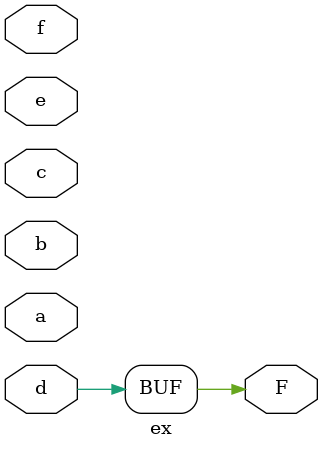
<source format=v>

module ex ( 
    a, b, c, d, e, f,
    F  );
  input  a, b, c, d, e, f;
  output F;
  assign F = d;
endmodule



</source>
